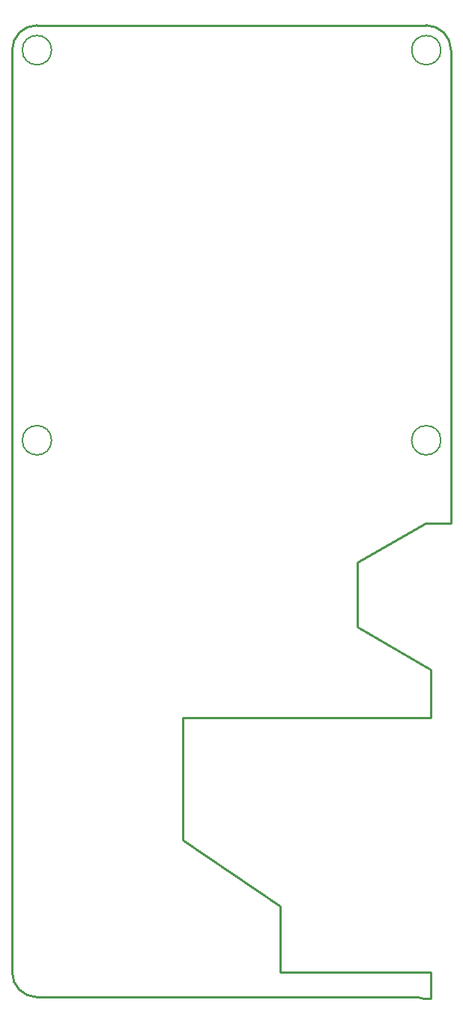
<source format=gbr>
%TF.GenerationSoftware,KiCad,Pcbnew,8.0.5*%
%TF.CreationDate,2024-09-26T19:22:18+05:30*%
%TF.ProjectId,AirOwl_v1,4169724f-776c-45f7-9631-2e6b69636164,rev?*%
%TF.SameCoordinates,Original*%
%TF.FileFunction,Profile,NP*%
%FSLAX46Y46*%
G04 Gerber Fmt 4.6, Leading zero omitted, Abs format (unit mm)*
G04 Created by KiCad (PCBNEW 8.0.5) date 2024-09-26 19:22:18*
%MOMM*%
%LPD*%
G01*
G04 APERTURE LIST*
%TA.AperFunction,Profile*%
%ADD10C,0.250000*%
%TD*%
%TA.AperFunction,Profile*%
%ADD11C,0.200000*%
%TD*%
G04 APERTURE END LIST*
D10*
X108922972Y-145869594D02*
X66000000Y-145869594D01*
X63200000Y-143069594D02*
X63200000Y-39069594D01*
X66000000Y-145869594D02*
G75*
G02*
X63200006Y-143069594I0J2799994D01*
G01*
X110500000Y-146027632D02*
G75*
G02*
X108922972Y-145869594I-500000J2958032D01*
G01*
X102250000Y-104136861D02*
X102250000Y-96836861D01*
X110500000Y-108900000D02*
X102250000Y-104136861D01*
X82500000Y-128150000D02*
X82500000Y-114400000D01*
X93500000Y-143069594D02*
X93500000Y-135569594D01*
X110500000Y-143069594D02*
X93500000Y-143069594D01*
X63200000Y-39069594D02*
G75*
G02*
X66000000Y-36269600I2800000J-6D01*
G01*
X110500000Y-146027632D02*
X110500000Y-143069594D01*
X82500000Y-114400000D02*
X110500000Y-114400000D01*
X66000000Y-36269594D02*
X110000000Y-36269594D01*
X102250000Y-96836861D02*
X109934868Y-92400000D01*
X93500000Y-135569594D02*
X82500000Y-128150000D01*
X110500000Y-108900000D02*
X110500000Y-114400000D01*
X109934868Y-92400000D02*
X112800000Y-92400000D01*
X110000000Y-36269594D02*
G75*
G02*
X112800006Y-39069594I0J-2800006D01*
G01*
X112800000Y-39069594D02*
X112800000Y-92400000D01*
D11*
%TO.C,U1*%
X67650000Y-39069600D02*
G75*
G02*
X64350000Y-39069600I-1650000J0D01*
G01*
X64350000Y-39069600D02*
G75*
G02*
X67650000Y-39069600I1650000J0D01*
G01*
X67650015Y-83069629D02*
G75*
G02*
X64350015Y-83069629I-1650000J0D01*
G01*
X64350015Y-83069629D02*
G75*
G02*
X67650015Y-83069629I1650000J0D01*
G01*
X111650029Y-39069600D02*
G75*
G02*
X108350029Y-39069600I-1650000J0D01*
G01*
X108350029Y-39069600D02*
G75*
G02*
X111650029Y-39069600I1650000J0D01*
G01*
X111650029Y-83069629D02*
G75*
G02*
X108350029Y-83069629I-1650000J0D01*
G01*
X108350029Y-83069629D02*
G75*
G02*
X111650029Y-83069629I1650000J0D01*
G01*
%TD*%
M02*

</source>
